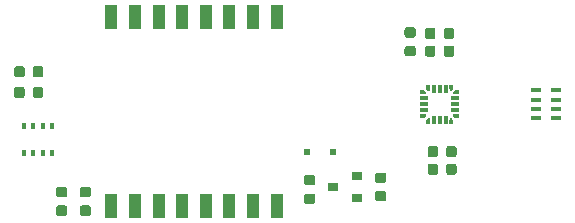
<source format=gbr>
G04 #@! TF.GenerationSoftware,KiCad,Pcbnew,(5.0.0)*
G04 #@! TF.CreationDate,2019-02-27T16:54:38+00:00*
G04 #@! TF.ProjectId,rain,7261696E2E6B696361645F7063620000,rev?*
G04 #@! TF.SameCoordinates,Original*
G04 #@! TF.FileFunction,Paste,Top*
G04 #@! TF.FilePolarity,Positive*
%FSLAX46Y46*%
G04 Gerber Fmt 4.6, Leading zero omitted, Abs format (unit mm)*
G04 Created by KiCad (PCBNEW (5.0.0)) date 02/27/19 16:54:38*
%MOMM*%
%LPD*%
G01*
G04 APERTURE LIST*
%ADD10C,0.100000*%
%ADD11C,0.875000*%
%ADD12R,0.500000X0.500000*%
%ADD13R,0.900000X0.400000*%
%ADD14R,0.900000X0.800000*%
%ADD15R,0.400000X0.550000*%
%ADD16R,1.000000X2.000000*%
%ADD17R,0.300000X0.350000*%
%ADD18R,0.300000X0.700000*%
%ADD19R,0.350000X0.300000*%
%ADD20R,0.700000X0.300000*%
%ADD21R,0.150000X0.150000*%
%ADD22C,0.212000*%
G04 APERTURE END LIST*
D10*
G04 #@! TO.C,C1*
G36*
X97665191Y-86526053D02*
X97686426Y-86529203D01*
X97707250Y-86534419D01*
X97727462Y-86541651D01*
X97746868Y-86550830D01*
X97765281Y-86561866D01*
X97782524Y-86574654D01*
X97798430Y-86589070D01*
X97812846Y-86604976D01*
X97825634Y-86622219D01*
X97836670Y-86640632D01*
X97845849Y-86660038D01*
X97853081Y-86680250D01*
X97858297Y-86701074D01*
X97861447Y-86722309D01*
X97862500Y-86743750D01*
X97862500Y-87256250D01*
X97861447Y-87277691D01*
X97858297Y-87298926D01*
X97853081Y-87319750D01*
X97845849Y-87339962D01*
X97836670Y-87359368D01*
X97825634Y-87377781D01*
X97812846Y-87395024D01*
X97798430Y-87410930D01*
X97782524Y-87425346D01*
X97765281Y-87438134D01*
X97746868Y-87449170D01*
X97727462Y-87458349D01*
X97707250Y-87465581D01*
X97686426Y-87470797D01*
X97665191Y-87473947D01*
X97643750Y-87475000D01*
X97206250Y-87475000D01*
X97184809Y-87473947D01*
X97163574Y-87470797D01*
X97142750Y-87465581D01*
X97122538Y-87458349D01*
X97103132Y-87449170D01*
X97084719Y-87438134D01*
X97067476Y-87425346D01*
X97051570Y-87410930D01*
X97037154Y-87395024D01*
X97024366Y-87377781D01*
X97013330Y-87359368D01*
X97004151Y-87339962D01*
X96996919Y-87319750D01*
X96991703Y-87298926D01*
X96988553Y-87277691D01*
X96987500Y-87256250D01*
X96987500Y-86743750D01*
X96988553Y-86722309D01*
X96991703Y-86701074D01*
X96996919Y-86680250D01*
X97004151Y-86660038D01*
X97013330Y-86640632D01*
X97024366Y-86622219D01*
X97037154Y-86604976D01*
X97051570Y-86589070D01*
X97067476Y-86574654D01*
X97084719Y-86561866D01*
X97103132Y-86550830D01*
X97122538Y-86541651D01*
X97142750Y-86534419D01*
X97163574Y-86529203D01*
X97184809Y-86526053D01*
X97206250Y-86525000D01*
X97643750Y-86525000D01*
X97665191Y-86526053D01*
X97665191Y-86526053D01*
G37*
D11*
X97425000Y-87000000D03*
D10*
G36*
X99240191Y-86526053D02*
X99261426Y-86529203D01*
X99282250Y-86534419D01*
X99302462Y-86541651D01*
X99321868Y-86550830D01*
X99340281Y-86561866D01*
X99357524Y-86574654D01*
X99373430Y-86589070D01*
X99387846Y-86604976D01*
X99400634Y-86622219D01*
X99411670Y-86640632D01*
X99420849Y-86660038D01*
X99428081Y-86680250D01*
X99433297Y-86701074D01*
X99436447Y-86722309D01*
X99437500Y-86743750D01*
X99437500Y-87256250D01*
X99436447Y-87277691D01*
X99433297Y-87298926D01*
X99428081Y-87319750D01*
X99420849Y-87339962D01*
X99411670Y-87359368D01*
X99400634Y-87377781D01*
X99387846Y-87395024D01*
X99373430Y-87410930D01*
X99357524Y-87425346D01*
X99340281Y-87438134D01*
X99321868Y-87449170D01*
X99302462Y-87458349D01*
X99282250Y-87465581D01*
X99261426Y-87470797D01*
X99240191Y-87473947D01*
X99218750Y-87475000D01*
X98781250Y-87475000D01*
X98759809Y-87473947D01*
X98738574Y-87470797D01*
X98717750Y-87465581D01*
X98697538Y-87458349D01*
X98678132Y-87449170D01*
X98659719Y-87438134D01*
X98642476Y-87425346D01*
X98626570Y-87410930D01*
X98612154Y-87395024D01*
X98599366Y-87377781D01*
X98588330Y-87359368D01*
X98579151Y-87339962D01*
X98571919Y-87319750D01*
X98566703Y-87298926D01*
X98563553Y-87277691D01*
X98562500Y-87256250D01*
X98562500Y-86743750D01*
X98563553Y-86722309D01*
X98566703Y-86701074D01*
X98571919Y-86680250D01*
X98579151Y-86660038D01*
X98588330Y-86640632D01*
X98599366Y-86622219D01*
X98612154Y-86604976D01*
X98626570Y-86589070D01*
X98642476Y-86574654D01*
X98659719Y-86561866D01*
X98678132Y-86550830D01*
X98697538Y-86541651D01*
X98717750Y-86534419D01*
X98738574Y-86529203D01*
X98759809Y-86526053D01*
X98781250Y-86525000D01*
X99218750Y-86525000D01*
X99240191Y-86526053D01*
X99240191Y-86526053D01*
G37*
D11*
X99000000Y-87000000D03*
G04 #@! TD*
D10*
G04 #@! TO.C,C2*
G36*
X122277691Y-95563553D02*
X122298926Y-95566703D01*
X122319750Y-95571919D01*
X122339962Y-95579151D01*
X122359368Y-95588330D01*
X122377781Y-95599366D01*
X122395024Y-95612154D01*
X122410930Y-95626570D01*
X122425346Y-95642476D01*
X122438134Y-95659719D01*
X122449170Y-95678132D01*
X122458349Y-95697538D01*
X122465581Y-95717750D01*
X122470797Y-95738574D01*
X122473947Y-95759809D01*
X122475000Y-95781250D01*
X122475000Y-96218750D01*
X122473947Y-96240191D01*
X122470797Y-96261426D01*
X122465581Y-96282250D01*
X122458349Y-96302462D01*
X122449170Y-96321868D01*
X122438134Y-96340281D01*
X122425346Y-96357524D01*
X122410930Y-96373430D01*
X122395024Y-96387846D01*
X122377781Y-96400634D01*
X122359368Y-96411670D01*
X122339962Y-96420849D01*
X122319750Y-96428081D01*
X122298926Y-96433297D01*
X122277691Y-96436447D01*
X122256250Y-96437500D01*
X121743750Y-96437500D01*
X121722309Y-96436447D01*
X121701074Y-96433297D01*
X121680250Y-96428081D01*
X121660038Y-96420849D01*
X121640632Y-96411670D01*
X121622219Y-96400634D01*
X121604976Y-96387846D01*
X121589070Y-96373430D01*
X121574654Y-96357524D01*
X121561866Y-96340281D01*
X121550830Y-96321868D01*
X121541651Y-96302462D01*
X121534419Y-96282250D01*
X121529203Y-96261426D01*
X121526053Y-96240191D01*
X121525000Y-96218750D01*
X121525000Y-95781250D01*
X121526053Y-95759809D01*
X121529203Y-95738574D01*
X121534419Y-95717750D01*
X121541651Y-95697538D01*
X121550830Y-95678132D01*
X121561866Y-95659719D01*
X121574654Y-95642476D01*
X121589070Y-95626570D01*
X121604976Y-95612154D01*
X121622219Y-95599366D01*
X121640632Y-95588330D01*
X121660038Y-95579151D01*
X121680250Y-95571919D01*
X121701074Y-95566703D01*
X121722309Y-95563553D01*
X121743750Y-95562500D01*
X122256250Y-95562500D01*
X122277691Y-95563553D01*
X122277691Y-95563553D01*
G37*
D11*
X122000000Y-96000000D03*
D10*
G36*
X122277691Y-93988553D02*
X122298926Y-93991703D01*
X122319750Y-93996919D01*
X122339962Y-94004151D01*
X122359368Y-94013330D01*
X122377781Y-94024366D01*
X122395024Y-94037154D01*
X122410930Y-94051570D01*
X122425346Y-94067476D01*
X122438134Y-94084719D01*
X122449170Y-94103132D01*
X122458349Y-94122538D01*
X122465581Y-94142750D01*
X122470797Y-94163574D01*
X122473947Y-94184809D01*
X122475000Y-94206250D01*
X122475000Y-94643750D01*
X122473947Y-94665191D01*
X122470797Y-94686426D01*
X122465581Y-94707250D01*
X122458349Y-94727462D01*
X122449170Y-94746868D01*
X122438134Y-94765281D01*
X122425346Y-94782524D01*
X122410930Y-94798430D01*
X122395024Y-94812846D01*
X122377781Y-94825634D01*
X122359368Y-94836670D01*
X122339962Y-94845849D01*
X122319750Y-94853081D01*
X122298926Y-94858297D01*
X122277691Y-94861447D01*
X122256250Y-94862500D01*
X121743750Y-94862500D01*
X121722309Y-94861447D01*
X121701074Y-94858297D01*
X121680250Y-94853081D01*
X121660038Y-94845849D01*
X121640632Y-94836670D01*
X121622219Y-94825634D01*
X121604976Y-94812846D01*
X121589070Y-94798430D01*
X121574654Y-94782524D01*
X121561866Y-94765281D01*
X121550830Y-94746868D01*
X121541651Y-94727462D01*
X121534419Y-94707250D01*
X121529203Y-94686426D01*
X121526053Y-94665191D01*
X121525000Y-94643750D01*
X121525000Y-94206250D01*
X121526053Y-94184809D01*
X121529203Y-94163574D01*
X121534419Y-94142750D01*
X121541651Y-94122538D01*
X121550830Y-94103132D01*
X121561866Y-94084719D01*
X121574654Y-94067476D01*
X121589070Y-94051570D01*
X121604976Y-94037154D01*
X121622219Y-94024366D01*
X121640632Y-94013330D01*
X121660038Y-94004151D01*
X121680250Y-93996919D01*
X121701074Y-93991703D01*
X121722309Y-93988553D01*
X121743750Y-93987500D01*
X122256250Y-93987500D01*
X122277691Y-93988553D01*
X122277691Y-93988553D01*
G37*
D11*
X122000000Y-94425000D03*
G04 #@! TD*
D10*
G04 #@! TO.C,C3*
G36*
X99240191Y-84776053D02*
X99261426Y-84779203D01*
X99282250Y-84784419D01*
X99302462Y-84791651D01*
X99321868Y-84800830D01*
X99340281Y-84811866D01*
X99357524Y-84824654D01*
X99373430Y-84839070D01*
X99387846Y-84854976D01*
X99400634Y-84872219D01*
X99411670Y-84890632D01*
X99420849Y-84910038D01*
X99428081Y-84930250D01*
X99433297Y-84951074D01*
X99436447Y-84972309D01*
X99437500Y-84993750D01*
X99437500Y-85506250D01*
X99436447Y-85527691D01*
X99433297Y-85548926D01*
X99428081Y-85569750D01*
X99420849Y-85589962D01*
X99411670Y-85609368D01*
X99400634Y-85627781D01*
X99387846Y-85645024D01*
X99373430Y-85660930D01*
X99357524Y-85675346D01*
X99340281Y-85688134D01*
X99321868Y-85699170D01*
X99302462Y-85708349D01*
X99282250Y-85715581D01*
X99261426Y-85720797D01*
X99240191Y-85723947D01*
X99218750Y-85725000D01*
X98781250Y-85725000D01*
X98759809Y-85723947D01*
X98738574Y-85720797D01*
X98717750Y-85715581D01*
X98697538Y-85708349D01*
X98678132Y-85699170D01*
X98659719Y-85688134D01*
X98642476Y-85675346D01*
X98626570Y-85660930D01*
X98612154Y-85645024D01*
X98599366Y-85627781D01*
X98588330Y-85609368D01*
X98579151Y-85589962D01*
X98571919Y-85569750D01*
X98566703Y-85548926D01*
X98563553Y-85527691D01*
X98562500Y-85506250D01*
X98562500Y-84993750D01*
X98563553Y-84972309D01*
X98566703Y-84951074D01*
X98571919Y-84930250D01*
X98579151Y-84910038D01*
X98588330Y-84890632D01*
X98599366Y-84872219D01*
X98612154Y-84854976D01*
X98626570Y-84839070D01*
X98642476Y-84824654D01*
X98659719Y-84811866D01*
X98678132Y-84800830D01*
X98697538Y-84791651D01*
X98717750Y-84784419D01*
X98738574Y-84779203D01*
X98759809Y-84776053D01*
X98781250Y-84775000D01*
X99218750Y-84775000D01*
X99240191Y-84776053D01*
X99240191Y-84776053D01*
G37*
D11*
X99000000Y-85250000D03*
D10*
G36*
X97665191Y-84776053D02*
X97686426Y-84779203D01*
X97707250Y-84784419D01*
X97727462Y-84791651D01*
X97746868Y-84800830D01*
X97765281Y-84811866D01*
X97782524Y-84824654D01*
X97798430Y-84839070D01*
X97812846Y-84854976D01*
X97825634Y-84872219D01*
X97836670Y-84890632D01*
X97845849Y-84910038D01*
X97853081Y-84930250D01*
X97858297Y-84951074D01*
X97861447Y-84972309D01*
X97862500Y-84993750D01*
X97862500Y-85506250D01*
X97861447Y-85527691D01*
X97858297Y-85548926D01*
X97853081Y-85569750D01*
X97845849Y-85589962D01*
X97836670Y-85609368D01*
X97825634Y-85627781D01*
X97812846Y-85645024D01*
X97798430Y-85660930D01*
X97782524Y-85675346D01*
X97765281Y-85688134D01*
X97746868Y-85699170D01*
X97727462Y-85708349D01*
X97707250Y-85715581D01*
X97686426Y-85720797D01*
X97665191Y-85723947D01*
X97643750Y-85725000D01*
X97206250Y-85725000D01*
X97184809Y-85723947D01*
X97163574Y-85720797D01*
X97142750Y-85715581D01*
X97122538Y-85708349D01*
X97103132Y-85699170D01*
X97084719Y-85688134D01*
X97067476Y-85675346D01*
X97051570Y-85660930D01*
X97037154Y-85645024D01*
X97024366Y-85627781D01*
X97013330Y-85609368D01*
X97004151Y-85589962D01*
X96996919Y-85569750D01*
X96991703Y-85548926D01*
X96988553Y-85527691D01*
X96987500Y-85506250D01*
X96987500Y-84993750D01*
X96988553Y-84972309D01*
X96991703Y-84951074D01*
X96996919Y-84930250D01*
X97004151Y-84910038D01*
X97013330Y-84890632D01*
X97024366Y-84872219D01*
X97037154Y-84854976D01*
X97051570Y-84839070D01*
X97067476Y-84824654D01*
X97084719Y-84811866D01*
X97103132Y-84800830D01*
X97122538Y-84791651D01*
X97142750Y-84784419D01*
X97163574Y-84779203D01*
X97184809Y-84776053D01*
X97206250Y-84775000D01*
X97643750Y-84775000D01*
X97665191Y-84776053D01*
X97665191Y-84776053D01*
G37*
D11*
X97425000Y-85250000D03*
G04 #@! TD*
D10*
G04 #@! TO.C,C4*
G36*
X128277691Y-95351053D02*
X128298926Y-95354203D01*
X128319750Y-95359419D01*
X128339962Y-95366651D01*
X128359368Y-95375830D01*
X128377781Y-95386866D01*
X128395024Y-95399654D01*
X128410930Y-95414070D01*
X128425346Y-95429976D01*
X128438134Y-95447219D01*
X128449170Y-95465632D01*
X128458349Y-95485038D01*
X128465581Y-95505250D01*
X128470797Y-95526074D01*
X128473947Y-95547309D01*
X128475000Y-95568750D01*
X128475000Y-96006250D01*
X128473947Y-96027691D01*
X128470797Y-96048926D01*
X128465581Y-96069750D01*
X128458349Y-96089962D01*
X128449170Y-96109368D01*
X128438134Y-96127781D01*
X128425346Y-96145024D01*
X128410930Y-96160930D01*
X128395024Y-96175346D01*
X128377781Y-96188134D01*
X128359368Y-96199170D01*
X128339962Y-96208349D01*
X128319750Y-96215581D01*
X128298926Y-96220797D01*
X128277691Y-96223947D01*
X128256250Y-96225000D01*
X127743750Y-96225000D01*
X127722309Y-96223947D01*
X127701074Y-96220797D01*
X127680250Y-96215581D01*
X127660038Y-96208349D01*
X127640632Y-96199170D01*
X127622219Y-96188134D01*
X127604976Y-96175346D01*
X127589070Y-96160930D01*
X127574654Y-96145024D01*
X127561866Y-96127781D01*
X127550830Y-96109368D01*
X127541651Y-96089962D01*
X127534419Y-96069750D01*
X127529203Y-96048926D01*
X127526053Y-96027691D01*
X127525000Y-96006250D01*
X127525000Y-95568750D01*
X127526053Y-95547309D01*
X127529203Y-95526074D01*
X127534419Y-95505250D01*
X127541651Y-95485038D01*
X127550830Y-95465632D01*
X127561866Y-95447219D01*
X127574654Y-95429976D01*
X127589070Y-95414070D01*
X127604976Y-95399654D01*
X127622219Y-95386866D01*
X127640632Y-95375830D01*
X127660038Y-95366651D01*
X127680250Y-95359419D01*
X127701074Y-95354203D01*
X127722309Y-95351053D01*
X127743750Y-95350000D01*
X128256250Y-95350000D01*
X128277691Y-95351053D01*
X128277691Y-95351053D01*
G37*
D11*
X128000000Y-95787500D03*
D10*
G36*
X128277691Y-93776053D02*
X128298926Y-93779203D01*
X128319750Y-93784419D01*
X128339962Y-93791651D01*
X128359368Y-93800830D01*
X128377781Y-93811866D01*
X128395024Y-93824654D01*
X128410930Y-93839070D01*
X128425346Y-93854976D01*
X128438134Y-93872219D01*
X128449170Y-93890632D01*
X128458349Y-93910038D01*
X128465581Y-93930250D01*
X128470797Y-93951074D01*
X128473947Y-93972309D01*
X128475000Y-93993750D01*
X128475000Y-94431250D01*
X128473947Y-94452691D01*
X128470797Y-94473926D01*
X128465581Y-94494750D01*
X128458349Y-94514962D01*
X128449170Y-94534368D01*
X128438134Y-94552781D01*
X128425346Y-94570024D01*
X128410930Y-94585930D01*
X128395024Y-94600346D01*
X128377781Y-94613134D01*
X128359368Y-94624170D01*
X128339962Y-94633349D01*
X128319750Y-94640581D01*
X128298926Y-94645797D01*
X128277691Y-94648947D01*
X128256250Y-94650000D01*
X127743750Y-94650000D01*
X127722309Y-94648947D01*
X127701074Y-94645797D01*
X127680250Y-94640581D01*
X127660038Y-94633349D01*
X127640632Y-94624170D01*
X127622219Y-94613134D01*
X127604976Y-94600346D01*
X127589070Y-94585930D01*
X127574654Y-94570024D01*
X127561866Y-94552781D01*
X127550830Y-94534368D01*
X127541651Y-94514962D01*
X127534419Y-94494750D01*
X127529203Y-94473926D01*
X127526053Y-94452691D01*
X127525000Y-94431250D01*
X127525000Y-93993750D01*
X127526053Y-93972309D01*
X127529203Y-93951074D01*
X127534419Y-93930250D01*
X127541651Y-93910038D01*
X127550830Y-93890632D01*
X127561866Y-93872219D01*
X127574654Y-93854976D01*
X127589070Y-93839070D01*
X127604976Y-93824654D01*
X127622219Y-93811866D01*
X127640632Y-93800830D01*
X127660038Y-93791651D01*
X127680250Y-93784419D01*
X127701074Y-93779203D01*
X127722309Y-93776053D01*
X127743750Y-93775000D01*
X128256250Y-93775000D01*
X128277691Y-93776053D01*
X128277691Y-93776053D01*
G37*
D11*
X128000000Y-94212500D03*
G04 #@! TD*
D10*
G04 #@! TO.C,C5*
G36*
X132665191Y-93026053D02*
X132686426Y-93029203D01*
X132707250Y-93034419D01*
X132727462Y-93041651D01*
X132746868Y-93050830D01*
X132765281Y-93061866D01*
X132782524Y-93074654D01*
X132798430Y-93089070D01*
X132812846Y-93104976D01*
X132825634Y-93122219D01*
X132836670Y-93140632D01*
X132845849Y-93160038D01*
X132853081Y-93180250D01*
X132858297Y-93201074D01*
X132861447Y-93222309D01*
X132862500Y-93243750D01*
X132862500Y-93756250D01*
X132861447Y-93777691D01*
X132858297Y-93798926D01*
X132853081Y-93819750D01*
X132845849Y-93839962D01*
X132836670Y-93859368D01*
X132825634Y-93877781D01*
X132812846Y-93895024D01*
X132798430Y-93910930D01*
X132782524Y-93925346D01*
X132765281Y-93938134D01*
X132746868Y-93949170D01*
X132727462Y-93958349D01*
X132707250Y-93965581D01*
X132686426Y-93970797D01*
X132665191Y-93973947D01*
X132643750Y-93975000D01*
X132206250Y-93975000D01*
X132184809Y-93973947D01*
X132163574Y-93970797D01*
X132142750Y-93965581D01*
X132122538Y-93958349D01*
X132103132Y-93949170D01*
X132084719Y-93938134D01*
X132067476Y-93925346D01*
X132051570Y-93910930D01*
X132037154Y-93895024D01*
X132024366Y-93877781D01*
X132013330Y-93859368D01*
X132004151Y-93839962D01*
X131996919Y-93819750D01*
X131991703Y-93798926D01*
X131988553Y-93777691D01*
X131987500Y-93756250D01*
X131987500Y-93243750D01*
X131988553Y-93222309D01*
X131991703Y-93201074D01*
X131996919Y-93180250D01*
X132004151Y-93160038D01*
X132013330Y-93140632D01*
X132024366Y-93122219D01*
X132037154Y-93104976D01*
X132051570Y-93089070D01*
X132067476Y-93074654D01*
X132084719Y-93061866D01*
X132103132Y-93050830D01*
X132122538Y-93041651D01*
X132142750Y-93034419D01*
X132163574Y-93029203D01*
X132184809Y-93026053D01*
X132206250Y-93025000D01*
X132643750Y-93025000D01*
X132665191Y-93026053D01*
X132665191Y-93026053D01*
G37*
D11*
X132425000Y-93500000D03*
D10*
G36*
X134240191Y-93026053D02*
X134261426Y-93029203D01*
X134282250Y-93034419D01*
X134302462Y-93041651D01*
X134321868Y-93050830D01*
X134340281Y-93061866D01*
X134357524Y-93074654D01*
X134373430Y-93089070D01*
X134387846Y-93104976D01*
X134400634Y-93122219D01*
X134411670Y-93140632D01*
X134420849Y-93160038D01*
X134428081Y-93180250D01*
X134433297Y-93201074D01*
X134436447Y-93222309D01*
X134437500Y-93243750D01*
X134437500Y-93756250D01*
X134436447Y-93777691D01*
X134433297Y-93798926D01*
X134428081Y-93819750D01*
X134420849Y-93839962D01*
X134411670Y-93859368D01*
X134400634Y-93877781D01*
X134387846Y-93895024D01*
X134373430Y-93910930D01*
X134357524Y-93925346D01*
X134340281Y-93938134D01*
X134321868Y-93949170D01*
X134302462Y-93958349D01*
X134282250Y-93965581D01*
X134261426Y-93970797D01*
X134240191Y-93973947D01*
X134218750Y-93975000D01*
X133781250Y-93975000D01*
X133759809Y-93973947D01*
X133738574Y-93970797D01*
X133717750Y-93965581D01*
X133697538Y-93958349D01*
X133678132Y-93949170D01*
X133659719Y-93938134D01*
X133642476Y-93925346D01*
X133626570Y-93910930D01*
X133612154Y-93895024D01*
X133599366Y-93877781D01*
X133588330Y-93859368D01*
X133579151Y-93839962D01*
X133571919Y-93819750D01*
X133566703Y-93798926D01*
X133563553Y-93777691D01*
X133562500Y-93756250D01*
X133562500Y-93243750D01*
X133563553Y-93222309D01*
X133566703Y-93201074D01*
X133571919Y-93180250D01*
X133579151Y-93160038D01*
X133588330Y-93140632D01*
X133599366Y-93122219D01*
X133612154Y-93104976D01*
X133626570Y-93089070D01*
X133642476Y-93074654D01*
X133659719Y-93061866D01*
X133678132Y-93050830D01*
X133697538Y-93041651D01*
X133717750Y-93034419D01*
X133738574Y-93029203D01*
X133759809Y-93026053D01*
X133781250Y-93025000D01*
X134218750Y-93025000D01*
X134240191Y-93026053D01*
X134240191Y-93026053D01*
G37*
D11*
X134000000Y-93500000D03*
G04 #@! TD*
D10*
G04 #@! TO.C,C6*
G36*
X132665191Y-91526053D02*
X132686426Y-91529203D01*
X132707250Y-91534419D01*
X132727462Y-91541651D01*
X132746868Y-91550830D01*
X132765281Y-91561866D01*
X132782524Y-91574654D01*
X132798430Y-91589070D01*
X132812846Y-91604976D01*
X132825634Y-91622219D01*
X132836670Y-91640632D01*
X132845849Y-91660038D01*
X132853081Y-91680250D01*
X132858297Y-91701074D01*
X132861447Y-91722309D01*
X132862500Y-91743750D01*
X132862500Y-92256250D01*
X132861447Y-92277691D01*
X132858297Y-92298926D01*
X132853081Y-92319750D01*
X132845849Y-92339962D01*
X132836670Y-92359368D01*
X132825634Y-92377781D01*
X132812846Y-92395024D01*
X132798430Y-92410930D01*
X132782524Y-92425346D01*
X132765281Y-92438134D01*
X132746868Y-92449170D01*
X132727462Y-92458349D01*
X132707250Y-92465581D01*
X132686426Y-92470797D01*
X132665191Y-92473947D01*
X132643750Y-92475000D01*
X132206250Y-92475000D01*
X132184809Y-92473947D01*
X132163574Y-92470797D01*
X132142750Y-92465581D01*
X132122538Y-92458349D01*
X132103132Y-92449170D01*
X132084719Y-92438134D01*
X132067476Y-92425346D01*
X132051570Y-92410930D01*
X132037154Y-92395024D01*
X132024366Y-92377781D01*
X132013330Y-92359368D01*
X132004151Y-92339962D01*
X131996919Y-92319750D01*
X131991703Y-92298926D01*
X131988553Y-92277691D01*
X131987500Y-92256250D01*
X131987500Y-91743750D01*
X131988553Y-91722309D01*
X131991703Y-91701074D01*
X131996919Y-91680250D01*
X132004151Y-91660038D01*
X132013330Y-91640632D01*
X132024366Y-91622219D01*
X132037154Y-91604976D01*
X132051570Y-91589070D01*
X132067476Y-91574654D01*
X132084719Y-91561866D01*
X132103132Y-91550830D01*
X132122538Y-91541651D01*
X132142750Y-91534419D01*
X132163574Y-91529203D01*
X132184809Y-91526053D01*
X132206250Y-91525000D01*
X132643750Y-91525000D01*
X132665191Y-91526053D01*
X132665191Y-91526053D01*
G37*
D11*
X132425000Y-92000000D03*
D10*
G36*
X134240191Y-91526053D02*
X134261426Y-91529203D01*
X134282250Y-91534419D01*
X134302462Y-91541651D01*
X134321868Y-91550830D01*
X134340281Y-91561866D01*
X134357524Y-91574654D01*
X134373430Y-91589070D01*
X134387846Y-91604976D01*
X134400634Y-91622219D01*
X134411670Y-91640632D01*
X134420849Y-91660038D01*
X134428081Y-91680250D01*
X134433297Y-91701074D01*
X134436447Y-91722309D01*
X134437500Y-91743750D01*
X134437500Y-92256250D01*
X134436447Y-92277691D01*
X134433297Y-92298926D01*
X134428081Y-92319750D01*
X134420849Y-92339962D01*
X134411670Y-92359368D01*
X134400634Y-92377781D01*
X134387846Y-92395024D01*
X134373430Y-92410930D01*
X134357524Y-92425346D01*
X134340281Y-92438134D01*
X134321868Y-92449170D01*
X134302462Y-92458349D01*
X134282250Y-92465581D01*
X134261426Y-92470797D01*
X134240191Y-92473947D01*
X134218750Y-92475000D01*
X133781250Y-92475000D01*
X133759809Y-92473947D01*
X133738574Y-92470797D01*
X133717750Y-92465581D01*
X133697538Y-92458349D01*
X133678132Y-92449170D01*
X133659719Y-92438134D01*
X133642476Y-92425346D01*
X133626570Y-92410930D01*
X133612154Y-92395024D01*
X133599366Y-92377781D01*
X133588330Y-92359368D01*
X133579151Y-92339962D01*
X133571919Y-92319750D01*
X133566703Y-92298926D01*
X133563553Y-92277691D01*
X133562500Y-92256250D01*
X133562500Y-91743750D01*
X133563553Y-91722309D01*
X133566703Y-91701074D01*
X133571919Y-91680250D01*
X133579151Y-91660038D01*
X133588330Y-91640632D01*
X133599366Y-91622219D01*
X133612154Y-91604976D01*
X133626570Y-91589070D01*
X133642476Y-91574654D01*
X133659719Y-91561866D01*
X133678132Y-91550830D01*
X133697538Y-91541651D01*
X133717750Y-91534419D01*
X133738574Y-91529203D01*
X133759809Y-91526053D01*
X133781250Y-91525000D01*
X134218750Y-91525000D01*
X134240191Y-91526053D01*
X134240191Y-91526053D01*
G37*
D11*
X134000000Y-92000000D03*
G04 #@! TD*
D10*
G04 #@! TO.C,C7*
G36*
X132452691Y-83026053D02*
X132473926Y-83029203D01*
X132494750Y-83034419D01*
X132514962Y-83041651D01*
X132534368Y-83050830D01*
X132552781Y-83061866D01*
X132570024Y-83074654D01*
X132585930Y-83089070D01*
X132600346Y-83104976D01*
X132613134Y-83122219D01*
X132624170Y-83140632D01*
X132633349Y-83160038D01*
X132640581Y-83180250D01*
X132645797Y-83201074D01*
X132648947Y-83222309D01*
X132650000Y-83243750D01*
X132650000Y-83756250D01*
X132648947Y-83777691D01*
X132645797Y-83798926D01*
X132640581Y-83819750D01*
X132633349Y-83839962D01*
X132624170Y-83859368D01*
X132613134Y-83877781D01*
X132600346Y-83895024D01*
X132585930Y-83910930D01*
X132570024Y-83925346D01*
X132552781Y-83938134D01*
X132534368Y-83949170D01*
X132514962Y-83958349D01*
X132494750Y-83965581D01*
X132473926Y-83970797D01*
X132452691Y-83973947D01*
X132431250Y-83975000D01*
X131993750Y-83975000D01*
X131972309Y-83973947D01*
X131951074Y-83970797D01*
X131930250Y-83965581D01*
X131910038Y-83958349D01*
X131890632Y-83949170D01*
X131872219Y-83938134D01*
X131854976Y-83925346D01*
X131839070Y-83910930D01*
X131824654Y-83895024D01*
X131811866Y-83877781D01*
X131800830Y-83859368D01*
X131791651Y-83839962D01*
X131784419Y-83819750D01*
X131779203Y-83798926D01*
X131776053Y-83777691D01*
X131775000Y-83756250D01*
X131775000Y-83243750D01*
X131776053Y-83222309D01*
X131779203Y-83201074D01*
X131784419Y-83180250D01*
X131791651Y-83160038D01*
X131800830Y-83140632D01*
X131811866Y-83122219D01*
X131824654Y-83104976D01*
X131839070Y-83089070D01*
X131854976Y-83074654D01*
X131872219Y-83061866D01*
X131890632Y-83050830D01*
X131910038Y-83041651D01*
X131930250Y-83034419D01*
X131951074Y-83029203D01*
X131972309Y-83026053D01*
X131993750Y-83025000D01*
X132431250Y-83025000D01*
X132452691Y-83026053D01*
X132452691Y-83026053D01*
G37*
D11*
X132212500Y-83500000D03*
D10*
G36*
X134027691Y-83026053D02*
X134048926Y-83029203D01*
X134069750Y-83034419D01*
X134089962Y-83041651D01*
X134109368Y-83050830D01*
X134127781Y-83061866D01*
X134145024Y-83074654D01*
X134160930Y-83089070D01*
X134175346Y-83104976D01*
X134188134Y-83122219D01*
X134199170Y-83140632D01*
X134208349Y-83160038D01*
X134215581Y-83180250D01*
X134220797Y-83201074D01*
X134223947Y-83222309D01*
X134225000Y-83243750D01*
X134225000Y-83756250D01*
X134223947Y-83777691D01*
X134220797Y-83798926D01*
X134215581Y-83819750D01*
X134208349Y-83839962D01*
X134199170Y-83859368D01*
X134188134Y-83877781D01*
X134175346Y-83895024D01*
X134160930Y-83910930D01*
X134145024Y-83925346D01*
X134127781Y-83938134D01*
X134109368Y-83949170D01*
X134089962Y-83958349D01*
X134069750Y-83965581D01*
X134048926Y-83970797D01*
X134027691Y-83973947D01*
X134006250Y-83975000D01*
X133568750Y-83975000D01*
X133547309Y-83973947D01*
X133526074Y-83970797D01*
X133505250Y-83965581D01*
X133485038Y-83958349D01*
X133465632Y-83949170D01*
X133447219Y-83938134D01*
X133429976Y-83925346D01*
X133414070Y-83910930D01*
X133399654Y-83895024D01*
X133386866Y-83877781D01*
X133375830Y-83859368D01*
X133366651Y-83839962D01*
X133359419Y-83819750D01*
X133354203Y-83798926D01*
X133351053Y-83777691D01*
X133350000Y-83756250D01*
X133350000Y-83243750D01*
X133351053Y-83222309D01*
X133354203Y-83201074D01*
X133359419Y-83180250D01*
X133366651Y-83160038D01*
X133375830Y-83140632D01*
X133386866Y-83122219D01*
X133399654Y-83104976D01*
X133414070Y-83089070D01*
X133429976Y-83074654D01*
X133447219Y-83061866D01*
X133465632Y-83050830D01*
X133485038Y-83041651D01*
X133505250Y-83034419D01*
X133526074Y-83029203D01*
X133547309Y-83026053D01*
X133568750Y-83025000D01*
X134006250Y-83025000D01*
X134027691Y-83026053D01*
X134027691Y-83026053D01*
G37*
D11*
X133787500Y-83500000D03*
G04 #@! TD*
D10*
G04 #@! TO.C,C8*
G36*
X134027691Y-81526053D02*
X134048926Y-81529203D01*
X134069750Y-81534419D01*
X134089962Y-81541651D01*
X134109368Y-81550830D01*
X134127781Y-81561866D01*
X134145024Y-81574654D01*
X134160930Y-81589070D01*
X134175346Y-81604976D01*
X134188134Y-81622219D01*
X134199170Y-81640632D01*
X134208349Y-81660038D01*
X134215581Y-81680250D01*
X134220797Y-81701074D01*
X134223947Y-81722309D01*
X134225000Y-81743750D01*
X134225000Y-82256250D01*
X134223947Y-82277691D01*
X134220797Y-82298926D01*
X134215581Y-82319750D01*
X134208349Y-82339962D01*
X134199170Y-82359368D01*
X134188134Y-82377781D01*
X134175346Y-82395024D01*
X134160930Y-82410930D01*
X134145024Y-82425346D01*
X134127781Y-82438134D01*
X134109368Y-82449170D01*
X134089962Y-82458349D01*
X134069750Y-82465581D01*
X134048926Y-82470797D01*
X134027691Y-82473947D01*
X134006250Y-82475000D01*
X133568750Y-82475000D01*
X133547309Y-82473947D01*
X133526074Y-82470797D01*
X133505250Y-82465581D01*
X133485038Y-82458349D01*
X133465632Y-82449170D01*
X133447219Y-82438134D01*
X133429976Y-82425346D01*
X133414070Y-82410930D01*
X133399654Y-82395024D01*
X133386866Y-82377781D01*
X133375830Y-82359368D01*
X133366651Y-82339962D01*
X133359419Y-82319750D01*
X133354203Y-82298926D01*
X133351053Y-82277691D01*
X133350000Y-82256250D01*
X133350000Y-81743750D01*
X133351053Y-81722309D01*
X133354203Y-81701074D01*
X133359419Y-81680250D01*
X133366651Y-81660038D01*
X133375830Y-81640632D01*
X133386866Y-81622219D01*
X133399654Y-81604976D01*
X133414070Y-81589070D01*
X133429976Y-81574654D01*
X133447219Y-81561866D01*
X133465632Y-81550830D01*
X133485038Y-81541651D01*
X133505250Y-81534419D01*
X133526074Y-81529203D01*
X133547309Y-81526053D01*
X133568750Y-81525000D01*
X134006250Y-81525000D01*
X134027691Y-81526053D01*
X134027691Y-81526053D01*
G37*
D11*
X133787500Y-82000000D03*
D10*
G36*
X132452691Y-81526053D02*
X132473926Y-81529203D01*
X132494750Y-81534419D01*
X132514962Y-81541651D01*
X132534368Y-81550830D01*
X132552781Y-81561866D01*
X132570024Y-81574654D01*
X132585930Y-81589070D01*
X132600346Y-81604976D01*
X132613134Y-81622219D01*
X132624170Y-81640632D01*
X132633349Y-81660038D01*
X132640581Y-81680250D01*
X132645797Y-81701074D01*
X132648947Y-81722309D01*
X132650000Y-81743750D01*
X132650000Y-82256250D01*
X132648947Y-82277691D01*
X132645797Y-82298926D01*
X132640581Y-82319750D01*
X132633349Y-82339962D01*
X132624170Y-82359368D01*
X132613134Y-82377781D01*
X132600346Y-82395024D01*
X132585930Y-82410930D01*
X132570024Y-82425346D01*
X132552781Y-82438134D01*
X132534368Y-82449170D01*
X132514962Y-82458349D01*
X132494750Y-82465581D01*
X132473926Y-82470797D01*
X132452691Y-82473947D01*
X132431250Y-82475000D01*
X131993750Y-82475000D01*
X131972309Y-82473947D01*
X131951074Y-82470797D01*
X131930250Y-82465581D01*
X131910038Y-82458349D01*
X131890632Y-82449170D01*
X131872219Y-82438134D01*
X131854976Y-82425346D01*
X131839070Y-82410930D01*
X131824654Y-82395024D01*
X131811866Y-82377781D01*
X131800830Y-82359368D01*
X131791651Y-82339962D01*
X131784419Y-82319750D01*
X131779203Y-82298926D01*
X131776053Y-82277691D01*
X131775000Y-82256250D01*
X131775000Y-81743750D01*
X131776053Y-81722309D01*
X131779203Y-81701074D01*
X131784419Y-81680250D01*
X131791651Y-81660038D01*
X131800830Y-81640632D01*
X131811866Y-81622219D01*
X131824654Y-81604976D01*
X131839070Y-81589070D01*
X131854976Y-81574654D01*
X131872219Y-81561866D01*
X131890632Y-81550830D01*
X131910038Y-81541651D01*
X131930250Y-81534419D01*
X131951074Y-81529203D01*
X131972309Y-81526053D01*
X131993750Y-81525000D01*
X132431250Y-81525000D01*
X132452691Y-81526053D01*
X132452691Y-81526053D01*
G37*
D11*
X132212500Y-82000000D03*
G04 #@! TD*
D12*
G04 #@! TO.C,D1*
X124000000Y-92000000D03*
X121800000Y-92000000D03*
G04 #@! TD*
D10*
G04 #@! TO.C,R1*
G36*
X103277691Y-96563553D02*
X103298926Y-96566703D01*
X103319750Y-96571919D01*
X103339962Y-96579151D01*
X103359368Y-96588330D01*
X103377781Y-96599366D01*
X103395024Y-96612154D01*
X103410930Y-96626570D01*
X103425346Y-96642476D01*
X103438134Y-96659719D01*
X103449170Y-96678132D01*
X103458349Y-96697538D01*
X103465581Y-96717750D01*
X103470797Y-96738574D01*
X103473947Y-96759809D01*
X103475000Y-96781250D01*
X103475000Y-97218750D01*
X103473947Y-97240191D01*
X103470797Y-97261426D01*
X103465581Y-97282250D01*
X103458349Y-97302462D01*
X103449170Y-97321868D01*
X103438134Y-97340281D01*
X103425346Y-97357524D01*
X103410930Y-97373430D01*
X103395024Y-97387846D01*
X103377781Y-97400634D01*
X103359368Y-97411670D01*
X103339962Y-97420849D01*
X103319750Y-97428081D01*
X103298926Y-97433297D01*
X103277691Y-97436447D01*
X103256250Y-97437500D01*
X102743750Y-97437500D01*
X102722309Y-97436447D01*
X102701074Y-97433297D01*
X102680250Y-97428081D01*
X102660038Y-97420849D01*
X102640632Y-97411670D01*
X102622219Y-97400634D01*
X102604976Y-97387846D01*
X102589070Y-97373430D01*
X102574654Y-97357524D01*
X102561866Y-97340281D01*
X102550830Y-97321868D01*
X102541651Y-97302462D01*
X102534419Y-97282250D01*
X102529203Y-97261426D01*
X102526053Y-97240191D01*
X102525000Y-97218750D01*
X102525000Y-96781250D01*
X102526053Y-96759809D01*
X102529203Y-96738574D01*
X102534419Y-96717750D01*
X102541651Y-96697538D01*
X102550830Y-96678132D01*
X102561866Y-96659719D01*
X102574654Y-96642476D01*
X102589070Y-96626570D01*
X102604976Y-96612154D01*
X102622219Y-96599366D01*
X102640632Y-96588330D01*
X102660038Y-96579151D01*
X102680250Y-96571919D01*
X102701074Y-96566703D01*
X102722309Y-96563553D01*
X102743750Y-96562500D01*
X103256250Y-96562500D01*
X103277691Y-96563553D01*
X103277691Y-96563553D01*
G37*
D11*
X103000000Y-97000000D03*
D10*
G36*
X103277691Y-94988553D02*
X103298926Y-94991703D01*
X103319750Y-94996919D01*
X103339962Y-95004151D01*
X103359368Y-95013330D01*
X103377781Y-95024366D01*
X103395024Y-95037154D01*
X103410930Y-95051570D01*
X103425346Y-95067476D01*
X103438134Y-95084719D01*
X103449170Y-95103132D01*
X103458349Y-95122538D01*
X103465581Y-95142750D01*
X103470797Y-95163574D01*
X103473947Y-95184809D01*
X103475000Y-95206250D01*
X103475000Y-95643750D01*
X103473947Y-95665191D01*
X103470797Y-95686426D01*
X103465581Y-95707250D01*
X103458349Y-95727462D01*
X103449170Y-95746868D01*
X103438134Y-95765281D01*
X103425346Y-95782524D01*
X103410930Y-95798430D01*
X103395024Y-95812846D01*
X103377781Y-95825634D01*
X103359368Y-95836670D01*
X103339962Y-95845849D01*
X103319750Y-95853081D01*
X103298926Y-95858297D01*
X103277691Y-95861447D01*
X103256250Y-95862500D01*
X102743750Y-95862500D01*
X102722309Y-95861447D01*
X102701074Y-95858297D01*
X102680250Y-95853081D01*
X102660038Y-95845849D01*
X102640632Y-95836670D01*
X102622219Y-95825634D01*
X102604976Y-95812846D01*
X102589070Y-95798430D01*
X102574654Y-95782524D01*
X102561866Y-95765281D01*
X102550830Y-95746868D01*
X102541651Y-95727462D01*
X102534419Y-95707250D01*
X102529203Y-95686426D01*
X102526053Y-95665191D01*
X102525000Y-95643750D01*
X102525000Y-95206250D01*
X102526053Y-95184809D01*
X102529203Y-95163574D01*
X102534419Y-95142750D01*
X102541651Y-95122538D01*
X102550830Y-95103132D01*
X102561866Y-95084719D01*
X102574654Y-95067476D01*
X102589070Y-95051570D01*
X102604976Y-95037154D01*
X102622219Y-95024366D01*
X102640632Y-95013330D01*
X102660038Y-95004151D01*
X102680250Y-94996919D01*
X102701074Y-94991703D01*
X102722309Y-94988553D01*
X102743750Y-94987500D01*
X103256250Y-94987500D01*
X103277691Y-94988553D01*
X103277691Y-94988553D01*
G37*
D11*
X103000000Y-95425000D03*
G04 #@! TD*
D10*
G04 #@! TO.C,R2*
G36*
X101277691Y-94988553D02*
X101298926Y-94991703D01*
X101319750Y-94996919D01*
X101339962Y-95004151D01*
X101359368Y-95013330D01*
X101377781Y-95024366D01*
X101395024Y-95037154D01*
X101410930Y-95051570D01*
X101425346Y-95067476D01*
X101438134Y-95084719D01*
X101449170Y-95103132D01*
X101458349Y-95122538D01*
X101465581Y-95142750D01*
X101470797Y-95163574D01*
X101473947Y-95184809D01*
X101475000Y-95206250D01*
X101475000Y-95643750D01*
X101473947Y-95665191D01*
X101470797Y-95686426D01*
X101465581Y-95707250D01*
X101458349Y-95727462D01*
X101449170Y-95746868D01*
X101438134Y-95765281D01*
X101425346Y-95782524D01*
X101410930Y-95798430D01*
X101395024Y-95812846D01*
X101377781Y-95825634D01*
X101359368Y-95836670D01*
X101339962Y-95845849D01*
X101319750Y-95853081D01*
X101298926Y-95858297D01*
X101277691Y-95861447D01*
X101256250Y-95862500D01*
X100743750Y-95862500D01*
X100722309Y-95861447D01*
X100701074Y-95858297D01*
X100680250Y-95853081D01*
X100660038Y-95845849D01*
X100640632Y-95836670D01*
X100622219Y-95825634D01*
X100604976Y-95812846D01*
X100589070Y-95798430D01*
X100574654Y-95782524D01*
X100561866Y-95765281D01*
X100550830Y-95746868D01*
X100541651Y-95727462D01*
X100534419Y-95707250D01*
X100529203Y-95686426D01*
X100526053Y-95665191D01*
X100525000Y-95643750D01*
X100525000Y-95206250D01*
X100526053Y-95184809D01*
X100529203Y-95163574D01*
X100534419Y-95142750D01*
X100541651Y-95122538D01*
X100550830Y-95103132D01*
X100561866Y-95084719D01*
X100574654Y-95067476D01*
X100589070Y-95051570D01*
X100604976Y-95037154D01*
X100622219Y-95024366D01*
X100640632Y-95013330D01*
X100660038Y-95004151D01*
X100680250Y-94996919D01*
X100701074Y-94991703D01*
X100722309Y-94988553D01*
X100743750Y-94987500D01*
X101256250Y-94987500D01*
X101277691Y-94988553D01*
X101277691Y-94988553D01*
G37*
D11*
X101000000Y-95425000D03*
D10*
G36*
X101277691Y-96563553D02*
X101298926Y-96566703D01*
X101319750Y-96571919D01*
X101339962Y-96579151D01*
X101359368Y-96588330D01*
X101377781Y-96599366D01*
X101395024Y-96612154D01*
X101410930Y-96626570D01*
X101425346Y-96642476D01*
X101438134Y-96659719D01*
X101449170Y-96678132D01*
X101458349Y-96697538D01*
X101465581Y-96717750D01*
X101470797Y-96738574D01*
X101473947Y-96759809D01*
X101475000Y-96781250D01*
X101475000Y-97218750D01*
X101473947Y-97240191D01*
X101470797Y-97261426D01*
X101465581Y-97282250D01*
X101458349Y-97302462D01*
X101449170Y-97321868D01*
X101438134Y-97340281D01*
X101425346Y-97357524D01*
X101410930Y-97373430D01*
X101395024Y-97387846D01*
X101377781Y-97400634D01*
X101359368Y-97411670D01*
X101339962Y-97420849D01*
X101319750Y-97428081D01*
X101298926Y-97433297D01*
X101277691Y-97436447D01*
X101256250Y-97437500D01*
X100743750Y-97437500D01*
X100722309Y-97436447D01*
X100701074Y-97433297D01*
X100680250Y-97428081D01*
X100660038Y-97420849D01*
X100640632Y-97411670D01*
X100622219Y-97400634D01*
X100604976Y-97387846D01*
X100589070Y-97373430D01*
X100574654Y-97357524D01*
X100561866Y-97340281D01*
X100550830Y-97321868D01*
X100541651Y-97302462D01*
X100534419Y-97282250D01*
X100529203Y-97261426D01*
X100526053Y-97240191D01*
X100525000Y-97218750D01*
X100525000Y-96781250D01*
X100526053Y-96759809D01*
X100529203Y-96738574D01*
X100534419Y-96717750D01*
X100541651Y-96697538D01*
X100550830Y-96678132D01*
X100561866Y-96659719D01*
X100574654Y-96642476D01*
X100589070Y-96626570D01*
X100604976Y-96612154D01*
X100622219Y-96599366D01*
X100640632Y-96588330D01*
X100660038Y-96579151D01*
X100680250Y-96571919D01*
X100701074Y-96566703D01*
X100722309Y-96563553D01*
X100743750Y-96562500D01*
X101256250Y-96562500D01*
X101277691Y-96563553D01*
X101277691Y-96563553D01*
G37*
D11*
X101000000Y-97000000D03*
G04 #@! TD*
D10*
G04 #@! TO.C,R3*
G36*
X130777691Y-83063553D02*
X130798926Y-83066703D01*
X130819750Y-83071919D01*
X130839962Y-83079151D01*
X130859368Y-83088330D01*
X130877781Y-83099366D01*
X130895024Y-83112154D01*
X130910930Y-83126570D01*
X130925346Y-83142476D01*
X130938134Y-83159719D01*
X130949170Y-83178132D01*
X130958349Y-83197538D01*
X130965581Y-83217750D01*
X130970797Y-83238574D01*
X130973947Y-83259809D01*
X130975000Y-83281250D01*
X130975000Y-83718750D01*
X130973947Y-83740191D01*
X130970797Y-83761426D01*
X130965581Y-83782250D01*
X130958349Y-83802462D01*
X130949170Y-83821868D01*
X130938134Y-83840281D01*
X130925346Y-83857524D01*
X130910930Y-83873430D01*
X130895024Y-83887846D01*
X130877781Y-83900634D01*
X130859368Y-83911670D01*
X130839962Y-83920849D01*
X130819750Y-83928081D01*
X130798926Y-83933297D01*
X130777691Y-83936447D01*
X130756250Y-83937500D01*
X130243750Y-83937500D01*
X130222309Y-83936447D01*
X130201074Y-83933297D01*
X130180250Y-83928081D01*
X130160038Y-83920849D01*
X130140632Y-83911670D01*
X130122219Y-83900634D01*
X130104976Y-83887846D01*
X130089070Y-83873430D01*
X130074654Y-83857524D01*
X130061866Y-83840281D01*
X130050830Y-83821868D01*
X130041651Y-83802462D01*
X130034419Y-83782250D01*
X130029203Y-83761426D01*
X130026053Y-83740191D01*
X130025000Y-83718750D01*
X130025000Y-83281250D01*
X130026053Y-83259809D01*
X130029203Y-83238574D01*
X130034419Y-83217750D01*
X130041651Y-83197538D01*
X130050830Y-83178132D01*
X130061866Y-83159719D01*
X130074654Y-83142476D01*
X130089070Y-83126570D01*
X130104976Y-83112154D01*
X130122219Y-83099366D01*
X130140632Y-83088330D01*
X130160038Y-83079151D01*
X130180250Y-83071919D01*
X130201074Y-83066703D01*
X130222309Y-83063553D01*
X130243750Y-83062500D01*
X130756250Y-83062500D01*
X130777691Y-83063553D01*
X130777691Y-83063553D01*
G37*
D11*
X130500000Y-83500000D03*
D10*
G36*
X130777691Y-81488553D02*
X130798926Y-81491703D01*
X130819750Y-81496919D01*
X130839962Y-81504151D01*
X130859368Y-81513330D01*
X130877781Y-81524366D01*
X130895024Y-81537154D01*
X130910930Y-81551570D01*
X130925346Y-81567476D01*
X130938134Y-81584719D01*
X130949170Y-81603132D01*
X130958349Y-81622538D01*
X130965581Y-81642750D01*
X130970797Y-81663574D01*
X130973947Y-81684809D01*
X130975000Y-81706250D01*
X130975000Y-82143750D01*
X130973947Y-82165191D01*
X130970797Y-82186426D01*
X130965581Y-82207250D01*
X130958349Y-82227462D01*
X130949170Y-82246868D01*
X130938134Y-82265281D01*
X130925346Y-82282524D01*
X130910930Y-82298430D01*
X130895024Y-82312846D01*
X130877781Y-82325634D01*
X130859368Y-82336670D01*
X130839962Y-82345849D01*
X130819750Y-82353081D01*
X130798926Y-82358297D01*
X130777691Y-82361447D01*
X130756250Y-82362500D01*
X130243750Y-82362500D01*
X130222309Y-82361447D01*
X130201074Y-82358297D01*
X130180250Y-82353081D01*
X130160038Y-82345849D01*
X130140632Y-82336670D01*
X130122219Y-82325634D01*
X130104976Y-82312846D01*
X130089070Y-82298430D01*
X130074654Y-82282524D01*
X130061866Y-82265281D01*
X130050830Y-82246868D01*
X130041651Y-82227462D01*
X130034419Y-82207250D01*
X130029203Y-82186426D01*
X130026053Y-82165191D01*
X130025000Y-82143750D01*
X130025000Y-81706250D01*
X130026053Y-81684809D01*
X130029203Y-81663574D01*
X130034419Y-81642750D01*
X130041651Y-81622538D01*
X130050830Y-81603132D01*
X130061866Y-81584719D01*
X130074654Y-81567476D01*
X130089070Y-81551570D01*
X130104976Y-81537154D01*
X130122219Y-81524366D01*
X130140632Y-81513330D01*
X130160038Y-81504151D01*
X130180250Y-81496919D01*
X130201074Y-81491703D01*
X130222309Y-81488553D01*
X130243750Y-81487500D01*
X130756250Y-81487500D01*
X130777691Y-81488553D01*
X130777691Y-81488553D01*
G37*
D11*
X130500000Y-81925000D03*
G04 #@! TD*
D13*
G04 #@! TO.C,RN1*
X141150000Y-87600000D03*
X141150000Y-88400000D03*
X141150000Y-86800000D03*
X141150000Y-89200000D03*
X142850000Y-86800000D03*
X142850000Y-87600000D03*
X142850000Y-88400000D03*
X142850000Y-89200000D03*
G04 #@! TD*
D14*
G04 #@! TO.C,U1*
X124000000Y-95000000D03*
X126000000Y-94050000D03*
X126000000Y-95950000D03*
G04 #@! TD*
D15*
G04 #@! TO.C,U2*
X100200000Y-92150000D03*
X99400000Y-92150000D03*
X98600000Y-92150000D03*
X97800000Y-92150000D03*
X97800000Y-89850000D03*
X98600000Y-89850000D03*
X99400000Y-89850000D03*
X100200000Y-89850000D03*
G04 #@! TD*
D16*
G04 #@! TO.C,U3*
X119200000Y-80600000D03*
X117200000Y-80600000D03*
X115200000Y-80600000D03*
X113200000Y-80600000D03*
X111200000Y-80600000D03*
X109200000Y-80600000D03*
X107200000Y-80600000D03*
X105200000Y-80600000D03*
X105200000Y-96600000D03*
X107200000Y-96600000D03*
X109200000Y-96600000D03*
X111200000Y-96600000D03*
X113200000Y-96600000D03*
X115200000Y-96600000D03*
X117200000Y-96600000D03*
X119200000Y-96600000D03*
G04 #@! TD*
D17*
G04 #@! TO.C,U4*
X132000000Y-89475000D03*
D18*
X132500000Y-89300000D03*
X133000000Y-89300000D03*
X133500000Y-89300000D03*
D17*
X134000000Y-89475000D03*
D19*
X134475000Y-89000000D03*
D20*
X134300000Y-88500000D03*
X134300000Y-88000000D03*
X134300000Y-87500000D03*
D19*
X134475000Y-87000000D03*
D17*
X134000000Y-86525000D03*
D18*
X133500000Y-86700000D03*
X133000000Y-86700000D03*
X132500000Y-86700000D03*
D17*
X132000000Y-86525000D03*
D19*
X131525000Y-87000000D03*
D20*
X131700000Y-87500000D03*
X131700000Y-88000000D03*
X131700000Y-88500000D03*
D19*
X131525000Y-89000000D03*
D21*
X132075000Y-89225000D03*
X133925000Y-89225000D03*
X134225000Y-88925000D03*
X134225000Y-87075000D03*
X133925000Y-86775000D03*
X132075000Y-86775000D03*
X131775000Y-87075000D03*
X131775000Y-88925000D03*
D22*
X131700000Y-89000000D03*
D10*
G36*
X131849907Y-89000000D02*
X131700000Y-89149907D01*
X131550093Y-89000000D01*
X131700000Y-88850093D01*
X131849907Y-89000000D01*
X131849907Y-89000000D01*
G37*
D22*
X131700000Y-87000000D03*
D10*
G36*
X131849907Y-87000000D02*
X131700000Y-87149907D01*
X131550093Y-87000000D01*
X131700000Y-86850093D01*
X131849907Y-87000000D01*
X131849907Y-87000000D01*
G37*
D22*
X134300000Y-89000000D03*
D10*
G36*
X134449907Y-89000000D02*
X134300000Y-89149907D01*
X134150093Y-89000000D01*
X134300000Y-88850093D01*
X134449907Y-89000000D01*
X134449907Y-89000000D01*
G37*
D22*
X134300000Y-87000000D03*
D10*
G36*
X134449907Y-87000000D02*
X134300000Y-87149907D01*
X134150093Y-87000000D01*
X134300000Y-86850093D01*
X134449907Y-87000000D01*
X134449907Y-87000000D01*
G37*
D22*
X132000000Y-89300000D03*
D10*
G36*
X132149907Y-89300000D02*
X132000000Y-89449907D01*
X131850093Y-89300000D01*
X132000000Y-89150093D01*
X132149907Y-89300000D01*
X132149907Y-89300000D01*
G37*
D22*
X132000000Y-86700000D03*
D10*
G36*
X132149907Y-86700000D02*
X132000000Y-86849907D01*
X131850093Y-86700000D01*
X132000000Y-86550093D01*
X132149907Y-86700000D01*
X132149907Y-86700000D01*
G37*
D22*
X134000000Y-89300000D03*
D10*
G36*
X134149907Y-89300000D02*
X134000000Y-89449907D01*
X133850093Y-89300000D01*
X134000000Y-89150093D01*
X134149907Y-89300000D01*
X134149907Y-89300000D01*
G37*
D22*
X134000000Y-86700000D03*
D10*
G36*
X134149907Y-86700000D02*
X134000000Y-86849907D01*
X133850093Y-86700000D01*
X134000000Y-86550093D01*
X134149907Y-86700000D01*
X134149907Y-86700000D01*
G37*
G04 #@! TD*
M02*

</source>
